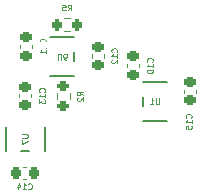
<source format=gbo>
G04 #@! TF.GenerationSoftware,KiCad,Pcbnew,7.0.10*
G04 #@! TF.CreationDate,2024-08-16T14:30:36-05:00*
G04 #@! TF.ProjectId,DiffPCB,44696666-5043-4422-9e6b-696361645f70,rev?*
G04 #@! TF.SameCoordinates,Original*
G04 #@! TF.FileFunction,Legend,Bot*
G04 #@! TF.FilePolarity,Positive*
%FSLAX46Y46*%
G04 Gerber Fmt 4.6, Leading zero omitted, Abs format (unit mm)*
G04 Created by KiCad (PCBNEW 7.0.10) date 2024-08-16 14:30:36*
%MOMM*%
%LPD*%
G01*
G04 APERTURE LIST*
G04 Aperture macros list*
%AMRoundRect*
0 Rectangle with rounded corners*
0 $1 Rounding radius*
0 $2 $3 $4 $5 $6 $7 $8 $9 X,Y pos of 4 corners*
0 Add a 4 corners polygon primitive as box body*
4,1,4,$2,$3,$4,$5,$6,$7,$8,$9,$2,$3,0*
0 Add four circle primitives for the rounded corners*
1,1,$1+$1,$2,$3*
1,1,$1+$1,$4,$5*
1,1,$1+$1,$6,$7*
1,1,$1+$1,$8,$9*
0 Add four rect primitives between the rounded corners*
20,1,$1+$1,$2,$3,$4,$5,0*
20,1,$1+$1,$4,$5,$6,$7,0*
20,1,$1+$1,$6,$7,$8,$9,0*
20,1,$1+$1,$8,$9,$2,$3,0*%
G04 Aperture macros list end*
%ADD10C,0.040000*%
%ADD11C,0.120000*%
%ADD12C,0.152400*%
%ADD13RoundRect,0.225000X0.250000X-0.225000X0.250000X0.225000X-0.250000X0.225000X-0.250000X-0.225000X0*%
%ADD14RoundRect,0.200000X0.275000X-0.200000X0.275000X0.200000X-0.275000X0.200000X-0.275000X-0.200000X0*%
%ADD15R,0.977900X0.508000*%
%ADD16R,0.508000X0.977900*%
%ADD17RoundRect,0.200000X0.200000X0.275000X-0.200000X0.275000X-0.200000X-0.275000X0.200000X-0.275000X0*%
%ADD18RoundRect,0.225000X-0.225000X-0.250000X0.225000X-0.250000X0.225000X0.250000X-0.225000X0.250000X0*%
G04 APERTURE END LIST*
D10*
X148656610Y-85868569D02*
X148680420Y-85844760D01*
X148680420Y-85844760D02*
X148704229Y-85773331D01*
X148704229Y-85773331D02*
X148704229Y-85725712D01*
X148704229Y-85725712D02*
X148680420Y-85654284D01*
X148680420Y-85654284D02*
X148632800Y-85606665D01*
X148632800Y-85606665D02*
X148585181Y-85582855D01*
X148585181Y-85582855D02*
X148489943Y-85559046D01*
X148489943Y-85559046D02*
X148418515Y-85559046D01*
X148418515Y-85559046D02*
X148323277Y-85582855D01*
X148323277Y-85582855D02*
X148275658Y-85606665D01*
X148275658Y-85606665D02*
X148228039Y-85654284D01*
X148228039Y-85654284D02*
X148204229Y-85725712D01*
X148204229Y-85725712D02*
X148204229Y-85773331D01*
X148204229Y-85773331D02*
X148228039Y-85844760D01*
X148228039Y-85844760D02*
X148251848Y-85868569D01*
X148704229Y-86344760D02*
X148704229Y-86059046D01*
X148704229Y-86201903D02*
X148204229Y-86201903D01*
X148204229Y-86201903D02*
X148275658Y-86154284D01*
X148275658Y-86154284D02*
X148323277Y-86106665D01*
X148323277Y-86106665D02*
X148347086Y-86059046D01*
X148251848Y-86535236D02*
X148228039Y-86559045D01*
X148228039Y-86559045D02*
X148204229Y-86606664D01*
X148204229Y-86606664D02*
X148204229Y-86725712D01*
X148204229Y-86725712D02*
X148228039Y-86773331D01*
X148228039Y-86773331D02*
X148251848Y-86797140D01*
X148251848Y-86797140D02*
X148299467Y-86820950D01*
X148299467Y-86820950D02*
X148347086Y-86820950D01*
X148347086Y-86820950D02*
X148418515Y-86797140D01*
X148418515Y-86797140D02*
X148704229Y-86511426D01*
X148704229Y-86511426D02*
X148704229Y-86820950D01*
X142586610Y-85068569D02*
X142610420Y-85044760D01*
X142610420Y-85044760D02*
X142634229Y-84973331D01*
X142634229Y-84973331D02*
X142634229Y-84925712D01*
X142634229Y-84925712D02*
X142610420Y-84854284D01*
X142610420Y-84854284D02*
X142562800Y-84806665D01*
X142562800Y-84806665D02*
X142515181Y-84782855D01*
X142515181Y-84782855D02*
X142419943Y-84759046D01*
X142419943Y-84759046D02*
X142348515Y-84759046D01*
X142348515Y-84759046D02*
X142253277Y-84782855D01*
X142253277Y-84782855D02*
X142205658Y-84806665D01*
X142205658Y-84806665D02*
X142158039Y-84854284D01*
X142158039Y-84854284D02*
X142134229Y-84925712D01*
X142134229Y-84925712D02*
X142134229Y-84973331D01*
X142134229Y-84973331D02*
X142158039Y-85044760D01*
X142158039Y-85044760D02*
X142181848Y-85068569D01*
X142634229Y-85544760D02*
X142634229Y-85259046D01*
X142634229Y-85401903D02*
X142134229Y-85401903D01*
X142134229Y-85401903D02*
X142205658Y-85354284D01*
X142205658Y-85354284D02*
X142253277Y-85306665D01*
X142253277Y-85306665D02*
X142277086Y-85259046D01*
X142634229Y-86020950D02*
X142634229Y-85735236D01*
X142634229Y-85878093D02*
X142134229Y-85878093D01*
X142134229Y-85878093D02*
X142205658Y-85830474D01*
X142205658Y-85830474D02*
X142253277Y-85782855D01*
X142253277Y-85782855D02*
X142277086Y-85735236D01*
X151671360Y-86688572D02*
X151695170Y-86664763D01*
X151695170Y-86664763D02*
X151718979Y-86593334D01*
X151718979Y-86593334D02*
X151718979Y-86545715D01*
X151718979Y-86545715D02*
X151695170Y-86474287D01*
X151695170Y-86474287D02*
X151647550Y-86426668D01*
X151647550Y-86426668D02*
X151599931Y-86402858D01*
X151599931Y-86402858D02*
X151504693Y-86379049D01*
X151504693Y-86379049D02*
X151433265Y-86379049D01*
X151433265Y-86379049D02*
X151338027Y-86402858D01*
X151338027Y-86402858D02*
X151290408Y-86426668D01*
X151290408Y-86426668D02*
X151242789Y-86474287D01*
X151242789Y-86474287D02*
X151218979Y-86545715D01*
X151218979Y-86545715D02*
X151218979Y-86593334D01*
X151218979Y-86593334D02*
X151242789Y-86664763D01*
X151242789Y-86664763D02*
X151266598Y-86688572D01*
X151718979Y-87164763D02*
X151718979Y-86879049D01*
X151718979Y-87021906D02*
X151218979Y-87021906D01*
X151218979Y-87021906D02*
X151290408Y-86974287D01*
X151290408Y-86974287D02*
X151338027Y-86926668D01*
X151338027Y-86926668D02*
X151361836Y-86879049D01*
X151218979Y-87474286D02*
X151218979Y-87521905D01*
X151218979Y-87521905D02*
X151242789Y-87569524D01*
X151242789Y-87569524D02*
X151266598Y-87593334D01*
X151266598Y-87593334D02*
X151314217Y-87617143D01*
X151314217Y-87617143D02*
X151409455Y-87640953D01*
X151409455Y-87640953D02*
X151528503Y-87640953D01*
X151528503Y-87640953D02*
X151623741Y-87617143D01*
X151623741Y-87617143D02*
X151671360Y-87593334D01*
X151671360Y-87593334D02*
X151695170Y-87569524D01*
X151695170Y-87569524D02*
X151718979Y-87521905D01*
X151718979Y-87521905D02*
X151718979Y-87474286D01*
X151718979Y-87474286D02*
X151695170Y-87426667D01*
X151695170Y-87426667D02*
X151671360Y-87402858D01*
X151671360Y-87402858D02*
X151623741Y-87379048D01*
X151623741Y-87379048D02*
X151528503Y-87355239D01*
X151528503Y-87355239D02*
X151409455Y-87355239D01*
X151409455Y-87355239D02*
X151314217Y-87379048D01*
X151314217Y-87379048D02*
X151266598Y-87402858D01*
X151266598Y-87402858D02*
X151242789Y-87426667D01*
X151242789Y-87426667D02*
X151218979Y-87474286D01*
X142536611Y-89238821D02*
X142560421Y-89215012D01*
X142560421Y-89215012D02*
X142584230Y-89143583D01*
X142584230Y-89143583D02*
X142584230Y-89095964D01*
X142584230Y-89095964D02*
X142560421Y-89024536D01*
X142560421Y-89024536D02*
X142512801Y-88976917D01*
X142512801Y-88976917D02*
X142465182Y-88953107D01*
X142465182Y-88953107D02*
X142369944Y-88929298D01*
X142369944Y-88929298D02*
X142298516Y-88929298D01*
X142298516Y-88929298D02*
X142203278Y-88953107D01*
X142203278Y-88953107D02*
X142155659Y-88976917D01*
X142155659Y-88976917D02*
X142108040Y-89024536D01*
X142108040Y-89024536D02*
X142084230Y-89095964D01*
X142084230Y-89095964D02*
X142084230Y-89143583D01*
X142084230Y-89143583D02*
X142108040Y-89215012D01*
X142108040Y-89215012D02*
X142131849Y-89238821D01*
X142584230Y-89715012D02*
X142584230Y-89429298D01*
X142584230Y-89572155D02*
X142084230Y-89572155D01*
X142084230Y-89572155D02*
X142155659Y-89524536D01*
X142155659Y-89524536D02*
X142203278Y-89476917D01*
X142203278Y-89476917D02*
X142227087Y-89429298D01*
X142084230Y-89881678D02*
X142084230Y-90191202D01*
X142084230Y-90191202D02*
X142274706Y-90024535D01*
X142274706Y-90024535D02*
X142274706Y-90095964D01*
X142274706Y-90095964D02*
X142298516Y-90143583D01*
X142298516Y-90143583D02*
X142322325Y-90167392D01*
X142322325Y-90167392D02*
X142369944Y-90191202D01*
X142369944Y-90191202D02*
X142488992Y-90191202D01*
X142488992Y-90191202D02*
X142536611Y-90167392D01*
X142536611Y-90167392D02*
X142560421Y-90143583D01*
X142560421Y-90143583D02*
X142584230Y-90095964D01*
X142584230Y-90095964D02*
X142584230Y-89953107D01*
X142584230Y-89953107D02*
X142560421Y-89905488D01*
X142560421Y-89905488D02*
X142536611Y-89881678D01*
X145814229Y-89526666D02*
X145576134Y-89360000D01*
X145814229Y-89240952D02*
X145314229Y-89240952D01*
X145314229Y-89240952D02*
X145314229Y-89431428D01*
X145314229Y-89431428D02*
X145338039Y-89479047D01*
X145338039Y-89479047D02*
X145361848Y-89502857D01*
X145361848Y-89502857D02*
X145409467Y-89526666D01*
X145409467Y-89526666D02*
X145480896Y-89526666D01*
X145480896Y-89526666D02*
X145528515Y-89502857D01*
X145528515Y-89502857D02*
X145552324Y-89479047D01*
X145552324Y-89479047D02*
X145576134Y-89431428D01*
X145576134Y-89431428D02*
X145576134Y-89240952D01*
X145361848Y-89717143D02*
X145338039Y-89740952D01*
X145338039Y-89740952D02*
X145314229Y-89788571D01*
X145314229Y-89788571D02*
X145314229Y-89907619D01*
X145314229Y-89907619D02*
X145338039Y-89955238D01*
X145338039Y-89955238D02*
X145361848Y-89979047D01*
X145361848Y-89979047D02*
X145409467Y-90002857D01*
X145409467Y-90002857D02*
X145457086Y-90002857D01*
X145457086Y-90002857D02*
X145528515Y-89979047D01*
X145528515Y-89979047D02*
X145814229Y-89693333D01*
X145814229Y-89693333D02*
X145814229Y-90002857D01*
X152260702Y-89779230D02*
X152260702Y-90183992D01*
X152260702Y-90183992D02*
X152236892Y-90231611D01*
X152236892Y-90231611D02*
X152213083Y-90255421D01*
X152213083Y-90255421D02*
X152165464Y-90279230D01*
X152165464Y-90279230D02*
X152070226Y-90279230D01*
X152070226Y-90279230D02*
X152022607Y-90255421D01*
X152022607Y-90255421D02*
X151998797Y-90231611D01*
X151998797Y-90231611D02*
X151974988Y-90183992D01*
X151974988Y-90183992D02*
X151974988Y-89779230D01*
X151474987Y-90279230D02*
X151760701Y-90279230D01*
X151617844Y-90279230D02*
X151617844Y-89779230D01*
X151617844Y-89779230D02*
X151665463Y-89850659D01*
X151665463Y-89850659D02*
X151713082Y-89898278D01*
X151713082Y-89898278D02*
X151760701Y-89922087D01*
X140644229Y-92839047D02*
X141048991Y-92839047D01*
X141048991Y-92839047D02*
X141096610Y-92862857D01*
X141096610Y-92862857D02*
X141120420Y-92886666D01*
X141120420Y-92886666D02*
X141144229Y-92934285D01*
X141144229Y-92934285D02*
X141144229Y-93029523D01*
X141144229Y-93029523D02*
X141120420Y-93077142D01*
X141120420Y-93077142D02*
X141096610Y-93100952D01*
X141096610Y-93100952D02*
X141048991Y-93124761D01*
X141048991Y-93124761D02*
X140644229Y-93124761D01*
X140644229Y-93315238D02*
X140644229Y-93648571D01*
X140644229Y-93648571D02*
X141144229Y-93434286D01*
X144518333Y-82349227D02*
X144684999Y-82111132D01*
X144804047Y-82349227D02*
X144804047Y-81849227D01*
X144804047Y-81849227D02*
X144613571Y-81849227D01*
X144613571Y-81849227D02*
X144565952Y-81873037D01*
X144565952Y-81873037D02*
X144542142Y-81896846D01*
X144542142Y-81896846D02*
X144518333Y-81944465D01*
X144518333Y-81944465D02*
X144518333Y-82015894D01*
X144518333Y-82015894D02*
X144542142Y-82063513D01*
X144542142Y-82063513D02*
X144565952Y-82087322D01*
X144565952Y-82087322D02*
X144613571Y-82111132D01*
X144613571Y-82111132D02*
X144804047Y-82111132D01*
X144065952Y-81849227D02*
X144304047Y-81849227D01*
X144304047Y-81849227D02*
X144327856Y-82087322D01*
X144327856Y-82087322D02*
X144304047Y-82063513D01*
X144304047Y-82063513D02*
X144256428Y-82039703D01*
X144256428Y-82039703D02*
X144137380Y-82039703D01*
X144137380Y-82039703D02*
X144089761Y-82063513D01*
X144089761Y-82063513D02*
X144065952Y-82087322D01*
X144065952Y-82087322D02*
X144042142Y-82134941D01*
X144042142Y-82134941D02*
X144042142Y-82253989D01*
X144042142Y-82253989D02*
X144065952Y-82301608D01*
X144065952Y-82301608D02*
X144089761Y-82325418D01*
X144089761Y-82325418D02*
X144137380Y-82349227D01*
X144137380Y-82349227D02*
X144256428Y-82349227D01*
X144256428Y-82349227D02*
X144304047Y-82325418D01*
X144304047Y-82325418D02*
X144327856Y-82301608D01*
X143649297Y-86520769D02*
X143649297Y-86116007D01*
X143649297Y-86116007D02*
X143673107Y-86068388D01*
X143673107Y-86068388D02*
X143696916Y-86044579D01*
X143696916Y-86044579D02*
X143744535Y-86020769D01*
X143744535Y-86020769D02*
X143839773Y-86020769D01*
X143839773Y-86020769D02*
X143887392Y-86044579D01*
X143887392Y-86044579D02*
X143911202Y-86068388D01*
X143911202Y-86068388D02*
X143935011Y-86116007D01*
X143935011Y-86116007D02*
X143935011Y-86520769D01*
X144387393Y-86520769D02*
X144292155Y-86520769D01*
X144292155Y-86520769D02*
X144244536Y-86496959D01*
X144244536Y-86496959D02*
X144220726Y-86473150D01*
X144220726Y-86473150D02*
X144173107Y-86401721D01*
X144173107Y-86401721D02*
X144149298Y-86306483D01*
X144149298Y-86306483D02*
X144149298Y-86116007D01*
X144149298Y-86116007D02*
X144173107Y-86068388D01*
X144173107Y-86068388D02*
X144196917Y-86044579D01*
X144196917Y-86044579D02*
X144244536Y-86020769D01*
X144244536Y-86020769D02*
X144339774Y-86020769D01*
X144339774Y-86020769D02*
X144387393Y-86044579D01*
X144387393Y-86044579D02*
X144411202Y-86068388D01*
X144411202Y-86068388D02*
X144435012Y-86116007D01*
X144435012Y-86116007D02*
X144435012Y-86235055D01*
X144435012Y-86235055D02*
X144411202Y-86282674D01*
X144411202Y-86282674D02*
X144387393Y-86306483D01*
X144387393Y-86306483D02*
X144339774Y-86330293D01*
X144339774Y-86330293D02*
X144244536Y-86330293D01*
X144244536Y-86330293D02*
X144196917Y-86306483D01*
X144196917Y-86306483D02*
X144173107Y-86282674D01*
X144173107Y-86282674D02*
X144149298Y-86235055D01*
X154951360Y-91428572D02*
X154975170Y-91404763D01*
X154975170Y-91404763D02*
X154998979Y-91333334D01*
X154998979Y-91333334D02*
X154998979Y-91285715D01*
X154998979Y-91285715D02*
X154975170Y-91214287D01*
X154975170Y-91214287D02*
X154927550Y-91166668D01*
X154927550Y-91166668D02*
X154879931Y-91142858D01*
X154879931Y-91142858D02*
X154784693Y-91119049D01*
X154784693Y-91119049D02*
X154713265Y-91119049D01*
X154713265Y-91119049D02*
X154618027Y-91142858D01*
X154618027Y-91142858D02*
X154570408Y-91166668D01*
X154570408Y-91166668D02*
X154522789Y-91214287D01*
X154522789Y-91214287D02*
X154498979Y-91285715D01*
X154498979Y-91285715D02*
X154498979Y-91333334D01*
X154498979Y-91333334D02*
X154522789Y-91404763D01*
X154522789Y-91404763D02*
X154546598Y-91428572D01*
X154998979Y-91904763D02*
X154998979Y-91619049D01*
X154998979Y-91761906D02*
X154498979Y-91761906D01*
X154498979Y-91761906D02*
X154570408Y-91714287D01*
X154570408Y-91714287D02*
X154618027Y-91666668D01*
X154618027Y-91666668D02*
X154641836Y-91619049D01*
X154498979Y-92357143D02*
X154498979Y-92119048D01*
X154498979Y-92119048D02*
X154737074Y-92095239D01*
X154737074Y-92095239D02*
X154713265Y-92119048D01*
X154713265Y-92119048D02*
X154689455Y-92166667D01*
X154689455Y-92166667D02*
X154689455Y-92285715D01*
X154689455Y-92285715D02*
X154713265Y-92333334D01*
X154713265Y-92333334D02*
X154737074Y-92357143D01*
X154737074Y-92357143D02*
X154784693Y-92380953D01*
X154784693Y-92380953D02*
X154903741Y-92380953D01*
X154903741Y-92380953D02*
X154951360Y-92357143D01*
X154951360Y-92357143D02*
X154975170Y-92333334D01*
X154975170Y-92333334D02*
X154998979Y-92285715D01*
X154998979Y-92285715D02*
X154998979Y-92166667D01*
X154998979Y-92166667D02*
X154975170Y-92119048D01*
X154975170Y-92119048D02*
X154951360Y-92095239D01*
X141171429Y-97426860D02*
X141195238Y-97450670D01*
X141195238Y-97450670D02*
X141266667Y-97474479D01*
X141266667Y-97474479D02*
X141314286Y-97474479D01*
X141314286Y-97474479D02*
X141385714Y-97450670D01*
X141385714Y-97450670D02*
X141433333Y-97403050D01*
X141433333Y-97403050D02*
X141457143Y-97355431D01*
X141457143Y-97355431D02*
X141480952Y-97260193D01*
X141480952Y-97260193D02*
X141480952Y-97188765D01*
X141480952Y-97188765D02*
X141457143Y-97093527D01*
X141457143Y-97093527D02*
X141433333Y-97045908D01*
X141433333Y-97045908D02*
X141385714Y-96998289D01*
X141385714Y-96998289D02*
X141314286Y-96974479D01*
X141314286Y-96974479D02*
X141266667Y-96974479D01*
X141266667Y-96974479D02*
X141195238Y-96998289D01*
X141195238Y-96998289D02*
X141171429Y-97022098D01*
X140695238Y-97474479D02*
X140980952Y-97474479D01*
X140838095Y-97474479D02*
X140838095Y-96974479D01*
X140838095Y-96974479D02*
X140885714Y-97045908D01*
X140885714Y-97045908D02*
X140933333Y-97093527D01*
X140933333Y-97093527D02*
X140980952Y-97117336D01*
X140266667Y-97141146D02*
X140266667Y-97474479D01*
X140385715Y-96950670D02*
X140504762Y-97307812D01*
X140504762Y-97307812D02*
X140195239Y-97307812D01*
D11*
X146535000Y-86330578D02*
X146535000Y-86049418D01*
X147555000Y-86330578D02*
X147555000Y-86049418D01*
X140465000Y-85530578D02*
X140465000Y-85249418D01*
X141485000Y-85530578D02*
X141485000Y-85249418D01*
X149549750Y-87150581D02*
X149549750Y-86869421D01*
X150569750Y-87150581D02*
X150569750Y-86869421D01*
X140415001Y-89700830D02*
X140415001Y-89419670D01*
X141435001Y-89700830D02*
X141435001Y-89419670D01*
X143632500Y-89847258D02*
X143632500Y-89372742D01*
X144677500Y-89847258D02*
X144677500Y-89372742D01*
D12*
X152883050Y-91701001D02*
X150876450Y-91701001D01*
X150876450Y-90413262D02*
X150876450Y-89686740D01*
X150876450Y-88399001D02*
X152883050Y-88399001D01*
X142566000Y-92216700D02*
X142566000Y-94223300D01*
X141278261Y-94223300D02*
X140551739Y-94223300D01*
X139264000Y-94223300D02*
X139264000Y-92216700D01*
D11*
X144672258Y-84072498D02*
X144197742Y-84072498D01*
X144672258Y-83027498D02*
X144197742Y-83027498D01*
D12*
X143026950Y-84598999D02*
X145033550Y-84598999D01*
X145033550Y-85886738D02*
X145033550Y-86613260D01*
X145033550Y-87900999D02*
X143026950Y-87900999D01*
D11*
X154359750Y-89330581D02*
X154359750Y-89049421D01*
X155379750Y-89330581D02*
X155379750Y-89049421D01*
X140739421Y-95595250D02*
X141020581Y-95595250D01*
X140739421Y-96615250D02*
X141020581Y-96615250D01*
%LPC*%
D13*
X147045000Y-86964998D03*
X147045000Y-85414998D03*
X140975000Y-86164998D03*
X140975000Y-84614998D03*
X150059750Y-87785001D03*
X150059750Y-86235001D03*
X140925001Y-90335250D03*
X140925001Y-88785250D03*
D14*
X144155000Y-90435000D03*
X144155000Y-88785000D03*
D15*
X153245000Y-89100000D03*
X153245000Y-90050001D03*
X153245000Y-91000002D03*
X150514500Y-91000002D03*
X150514500Y-89100000D03*
D16*
X139964999Y-91854750D03*
X140915000Y-91854750D03*
X141865001Y-91854750D03*
X141865001Y-94585250D03*
X139964999Y-94585250D03*
D17*
X145260000Y-83549998D03*
X143610000Y-83549998D03*
D15*
X142665000Y-87200000D03*
X142665000Y-86249999D03*
X142665000Y-85299998D03*
X145395500Y-85299998D03*
X145395500Y-87200000D03*
D13*
X154869750Y-89965001D03*
X154869750Y-88415001D03*
D18*
X140105001Y-96105250D03*
X141655001Y-96105250D03*
%LPD*%
M02*

</source>
